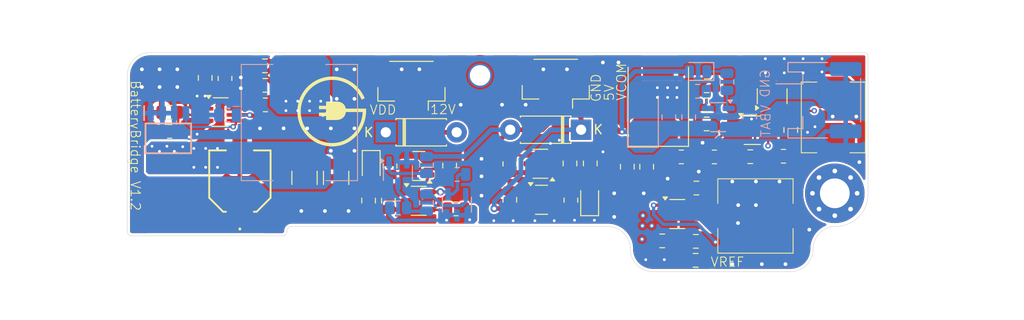
<source format=kicad_pcb>
(kicad_pcb (version 20240108) (generator "pcbnew") (generator_version "8.0")
  (layers (0 "F.Cu" signal) (1 "In1.Cu" signal) (2 "In2.Cu" signal) (3 "In3.Cu" signal) (4 "In4.Cu" signal) (31 "B.Cu" signal) (34 "B.Paste" user) (35 "F.Paste" user) (36 "B.SilkS" user "B.Silkscreen") (37 "F.SilkS" user "F.Silkscreen") (38 "B.Mask" user) (39 "F.Mask" user) (44 "Edge.Cuts" user))
  (net 0 "")
  (net 1 "+5V")
  (net 2 "GND")
  (net 3 "VCOM")
  (net 4 "+12V")
  (net 5 "Net-(C202-Pad1)")
  (net 6 "+BATT")
  (net 7 "Net-(U202-ITH)")
  (net 8 "/Converters/VREF5")
  (net 9 "/Converters/sw_AP63")
  (net 10 "Net-(U201-BST)")
  (net 11 "/Converters/RUN{slash}SS_12V")
  (net 12 "Net-(C209-Pad1)")
  (net 13 "Net-(U203-ITH)")
  (net 14 "BUCK_OUT12")
  (net 15 "/Converters/RUN{slash}SS_5V")
  (net 16 "BUCK_OUT")
  (net 17 "VDD")
  (net 18 "/Converters/sw_LTC12")
  (net 19 "/Converters/SW_D")
  (net 20 "/BatteryCharger/R_LED_BAT")
  (net 21 "/PowerPathController/R_LED12")
  (net 22 "/PowerPathController/R_LED")
  (net 34 "Net-(IC201-G)")
  (net 36 "Net-(Q201-G)")
  (net 37 "/PowerPathController/GATE12")
  (net 38 "/PowerPathController/GATE")
  (net 39 "Net-(U202-VFB)")
  (net 40 "Net-(U203-VFB)")
  (net 41 "/BatteryCharger/PROG")
  (net 42 "/BatteryCharger/STAT_MCP")
  (net 43 "/PowerPathController/STAT_LTC12")
  (net 44 "/PowerPathController/STAT_LTC")
  (net 45 "/PowerPathController/Sense")
  (net 46 "Net-(Q404-B)")
  (net 47 "Net-(Q405-B)")
  (net 48 "Net-(Q405-C)")
  (footprint "Capacitor_SMD:C_0805_2012Metric" (layer "F.Cu") (at 125.8672 89.85 -90)
    (property "Reference" "C216" (hide yes))
    (property "Value" "100u")
  )
  (footprint "Capacitor_SMD:C_0805_2012Metric" (layer "F.Cu") (at 121.8844 89.5 -90)
    (property "Reference" "C404" (hide yes))
    (property "Value" "4.7u")
  )
  (footprint "Package_TO_SOT_SMD:TSOT-23-6" (layer "F.Cu") (at 103.425 93.515)
    (property "Reference" "U401" (hide yes))
    (property "Value" "LTC4412xS6")
  )
  (footprint "Footprints:16SVF180M" (layer "F.Cu") (at 84.2 91.3952)
    (property "Reference" "C215" (hide yes))
    (property "Value" "20SVPF120M" (hide yes))
  )
  (footprint "Capacitor_SMD:C_0805_2012Metric" (layer "F.Cu") (at 98.0425 93.495 90)
    (property "Reference" "C401" (hide yes))
    (property "Value" "4.7u")
  )
  (footprint "Capacitor_SMD:C_0805_2012Metric" (layer "F.Cu") (at 139.0924 88.7754 180)
    (property "Reference" "C213" (hide yes))
    (property "Value" "1n")
  )
  (footprint "Resistor_SMD:R_0805_2012Metric" (layer "F.Cu") (at 76.65 86.05 180)
    (property "Reference" "R203" (hide yes))
    (property "Value" "107k")
  )
  (footprint "Resistor_SMD:R_0805_2012Metric" (layer "F.Cu") (at 100.35 89.775 -90)
    (property "Reference" "R402" (hide yes))
    (property "Value" "470R")
  )
  (footprint "Resistor_SMD:R_0805_2012Metric" (layer "F.Cu") (at 82.6 80.35 -90)
    (property "Reference" "R202" (hide yes))
    (property "Value" "23k2")
  )
  (footprint "Resistor_SMD:R_0805_2012Metric" (layer "F.Cu") (at 107.442 94.3864 180)
    (property "Reference" "R401" (hide yes))
    (property "Value" "470k")
  )
  (footprint "Resistor_SMD:R_0805_2012Metric" (layer "F.Cu") (at 134.4 83.2)
    (property "Reference" "R206" (hide yes))
    (property "Value" "17k4")
  )
  (footprint "LED_SMD:LED_0805_2012Metric" (layer "F.Cu") (at 98.32 89.795 -90)
    (property "Reference" "D402" (hide yes))
    (property "Value" "GREEN")
  )
  (footprint "Capacitor_SMD:C_0805_2012Metric" (layer "F.Cu") (at 129.618 97.8272 180)
    (property "Reference" "C201" (hide yes))
    (property "Value" "10u")
  )
  (footprint "Capacitor_SMD:C_0805_2012Metric" (layer "F.Cu") (at 143.45 85.9 90)
    (property "Reference" "C210" (hide yes))
    (property "Value" "10u")
  )
  (footprint "Logo:GLogoSmall" (layer "F.Cu") (at 94.079207 83.908859)
    (property "Reference" "G***" (hide yes))
    (property "Value" "LOGO" (hide yes))
  )
  (footprint "Capacitor_SMD:C_0805_2012Metric" (layer "F.Cu") (at 100.1725 93.505 90)
    (property "Reference" "C402" (hide yes))
    (property "Value" "100n")
  )
  (footprint "Resistor_SMD:R_0805_2012Metric" (layer "F.Cu") (at 76.65 84)
    (property "Reference" "R204" (hide yes))
    (property "Value" "11k8")
  )
  (footprint "Package_TO_SOT_SMD:TSOT-23-8_HandSoldering" (layer "F.Cu") (at 139.3108 85.898)
    (property "Reference" "U203" (hide yes))
    (property "Value" "LTC3872HTS8-1-TRMPBF")
  )
  (footprint "Capacitor_SMD:C_0805_2012Metric" (layer "F.Cu") (at 106.76 89.725 -90)
    (property "Reference" "C403" (hide yes))
    (property "Value" "10u")
  )
  (footprint "Capacitor_SMD:C_0805_2012Metric" (layer "F.Cu") (at 113.2319 93.4081 90)
    (property "Reference" "C406" (hide yes))
    (property "Value" "10u")
  )
  (footprint "Diode_SMD:D_SMC" (layer "F.Cu") (at 129.2 82.75 90)
    (property "Reference" "D202" (hide yes))
    (property "Value" "B320-13-F")
  )
  (footprint "Package_SO:TSOP-6_1.65x3.05mm_P0.95mm" (layer "F.Cu") (at 141.4444 82.273 90)
    (property "Reference" "Q201" (hide yes))
    (property "Value" "SI3460DDV-T1-GE3")
  )
  (footprint "Capacitor_SMD:C_1210_3225Metric" (layer "F.Cu") (at 91.15 91.05 90)
    (property "Reference" "C212" (hide yes))
    (property "Value" "22u")
  )
  (footprint "Capacitor_SMD:C_0805_2012Metric" (layer "F.Cu") (at 86.95 81.1)
    (property "Reference" "C208" (hide yes))
    (property "Value" "100n")
  )
  (footprint "Resistor_SMD:R_0805_2012Metric" (layer "F.Cu") (at 135.2296 88.7984 180)
    (property "Reference" "R208" (hide yes))
    (property "Value" "11k")
  )
  (footprint "Connector_JST:JST_GH_SM03B-GHS-TB_1x03-1MP_P1.25mm_Horizontal" (layer "F.Cu") (at 118.17 80.86 180)
    (property "Reference" "J101" (hide yes))
    (property "Value" "JST_BH")
  )
  (footprint "MountingHole:MountingHole_2.2mm_M2_Pad_TopOnly" (layer "F.Cu") (at 110.03 80.03)
    (property "Reference" "H102" (hide yes))
    (property "Value" "MH")
  )
  (footprint "Capacitor_SMD:C_0805_2012Metric" (layer "F.Cu") (at 133.21 99.918)
    (property "Reference" "C205" (hide yes))
    (property "Value" "22u")
  )
  (footprint "Capacitor_SMD:C_0805_2012Metric" (layer "F.Cu") (at 134.4 81.15 180)
    (property "Reference" "C209" (hide yes))
    (property "Value" "1n8")
  )
  (footprint "Capacitor_SMD:C_1210_3225Metric" (layer "F.Cu") (at 94.55 91.05 90)
    (property "Reference" "C214" (hide yes))
    (property "Value" "22u")
  )
  (footprint "Connector_JST:JST_GH_SM03B-GHS-TB_1x03-1MP_P1.25mm_Horizontal" (layer "F.Cu") (at 102.65 81.08 180)
    (property "Reference" "J102" (hide yes))
    (property "Value" "JST_BH")
  )
  (footprint "Capacitor_SMD:C_0805_2012Metric" (layer "F.Cu") (at 119.7 89.5 -90)
    (property "Reference" "C405" (hide yes))
    (property "Value" "100n")
  )
  (footprint "Resistor_SMD:R_0805_2012Metric" (layer "F.Cu") (at 131.6755 88.7984 180)
    (property "Reference" "R207" (hide yes))
    (property "Value" "34k8")
  )
  (footprint "Capacitor_SMD:C_0805_2012Metric" (layer "F.Cu") (at 133.24 97.878)
    (property "Reference" "C207" (hide yes))
    (property "Value" "22u")
  )
  (footprint "Capacitor_SMD:C_0805_2012Metric" (layer "F.Cu") (at 133.3 92.1456 180)
    (property "Reference" "C206" (hide yes))
    (property "Value" "100n")
  )
  (footprint "Package_TO_SOT_SMD:TSOT-23-8_HandSoldering" (layer "F.Cu") (at 82.0592 83.9468)
    (property "Reference" "U202" (hide yes))
    (property "Value" "LTC3872HTS8-1-TRMPBF")
  )
  (footprint "Package_TO_SOT_SMD:SOT-23" (layer "F.Cu") (at 116.6355 93.4081)
    (property "Reference" "Q402" (hide yes))
    (property "Value" "BSS84LT1G")
  )
  (footprint "Resistor_SMD:R_0805_2012Metric" (layer "F.Cu") (at 119.8 93.45 90)
    (property "Reference" "R404" (hide yes))
    (property "Value" "470R")
  )
  (footprint "Package_TO_SOT_SMD:TSOT-23-6" (layer "F.Cu") (at 116.514 89.5321 180)
    (property "Reference" "U402" (hide yes))
    (property "Value" "LTC4412xS6")
  )
  (footprint "Capacitor_SMD:C_0805_2012Metric" (layer "F.Cu") (at 86.9 79)
    (property "Reference" "C202" (hide yes))
    (property "Value" "2n2")
  )
  (footprint "Footprints:HCM1A0805-4R7-R" (layer "F.Cu") (at 139.65 95.15 -90)
    (property "Reference" "L201" (hide yes))
    (property "Value" "4.7u")
  )
  (footprint "Capacitor_SMD:C_0805_2012Metric" (layer "F.Cu") (at 134.4 85.25 180)
    (property "Reference" "C211" (hide yes))
    (property "Value" "47p")
  )
  (footprint "MountingHole:MountingHole_3.2mm_M3_Pad_Via" (layer "F.Cu") (at 148.1836 92.71)
    (property "Reference" "H101" (hide yes))
    (property "Value" "MH")
  )
  (footprint "Capacitor_SMD:C_0805_2012Metric" (layer "F.Cu") (at 80.4664 80.3 90)
    (property "Reference" "C204" (hide yes))
    (property "Value" "100p")
  )
  (footprint "Package_TO_SOT_SMD:TSOT-23-6" (layer "F.Cu") (at 131.2428 94.9405)
    (property "Reference" "U201" (hide yes))
    (property "Value" "AP63205WU")
  )
  (footprint "Resistor_SMD:R_0805_2012Metric" (layer "F.Cu") (at 142.6617 88.7246)
    (property "Reference" "R205" (hide yes))
    (property "Value" "1M")
  )
  (footprint "Footprints:PA4341.102NLT" (layer "F.Cu") (at 148.0312 84.5494)
    (property "Reference" "L203" (hide yes))
    (property "Value" "1u")
  )
  (footprint "Diode_THT:D_DO-41_SOD81_P7.62mm_Horizontal" (layer "F.Cu") (at 99.89 86.15)
    (property "Reference" "D401" (hide yes))
    (property "Value" "1N5819")
  )
  (footprint "Diode_THT:D_DO-41_SOD81_P7.62mm_Horizontal" (layer "F.Cu") (at 120.8971 85.8745 180)
    (property "Reference" "D403" (hide yes))
    (property "Value" "1N5819")
  )
  (footprint "Resistor_SMD:R_0805_2012Metric" (layer "F.Cu") (at 113.2319 89.5473 90)
    (property "Reference" "R403" (hide yes))
    (property "Value" "470k")
  )
  (footprint "Package_TO_SOT_SMD:SOT-23" (layer "F.Cu") (at 103.45 89.775 180)
    (property "Reference" "Q401" (hide yes))
    (property "Value" "BSS84LT1G")
  )
  (footprint "Resistor_SMD:R_0805_2012Metric" (layer "F.Cu") (at 86.95 83.2)
    (property "Reference" "R201" (hide yes))
    (property "Value" "4M7")
  )
  (footprint "Footprints:PDS104013" (layer "F.Cu") (at 76.48 92.406 -90)
    (property "Reference" "D201" (hide yes))
    (property "Value" "PDS1040-13" (hide yes))
  )
  (footprint "Capacitor_SMD:C_0805_2012Metric" (layer "F.Cu") (at 127.95 89.85 -90)
    (property "Reference" "C217" (hide yes))
    (property "Value" "100u")
  )
  (footprint "LED_SMD:LED_0805_2012Metric" (layer "F.Cu") (at 121.8175 93.43 90)
    (property "Reference" "D404" (hide yes))
    (property "Value" "GREEN")
  )
  (footprint "Capacitor_SMD:C_0805_2012Metric" (layer "B.Cu") (at 139.0233 84.4308 -90)
    (property "Reference" "C303" (hide yes))
    (property "Value" "4.7u")
  )
  (footprint "Package_TO_SOT_SMD:SOT-23-3" (layer "B.Cu") (at 107.5436 93.9292 -90)
    (property "Reference" "Q404" (hide yes))
    (property "Value" "MMBT3906-7-F")
  )
  (footprint "Package_TO_SOT_SMD:SOT-23-5" (layer "B.Cu") (at 135.6385 84.521 180)
    (property "Reference" "U301" (hide yes))
    (property "Value" "MCP73832-2-OT")
  )
  (footprint "Resistor_SMD:R_0805_2012Metric" (layer "B.Cu") (at 101.219 94.268)
    (property "Reference" "R406" (hide yes))
    (property "Value" "10k")
  )
  (footprint "Resistor_SMD:R_0805_2012Metric" (layer "B.Cu") (at 133.4353 81.7384)
    (property "Reference" "R301" (hide yes))
    (property "Value" "2k")
  )
  (footprint "Resistor_SMD:R_0805_2012Metric" (layer "B.Cu") (at 107.569 90.678 180)
    (property "Reference" "R408" (hide yes))
    (property "Value" "100k")
  )
  (footprint "Resistor_SMD:R_0805_2012Metric" (layer "B.Cu") (at 104.267 93.726 -90)
    (property "Reference" "R405" (hide yes))
    (property "Value" "1k")
  )
  (footprint "Diode_SMD:D_SMA" (layer "B.Cu") (at 127.55 84.25 90)
    (property "Reference" "D301" (hide yes))
    (property "Value" "SMAJ5.0A")
  )
  (footprint "Footprints:DR125-2R2-R" (layer "B.Cu") (at 90.6 85.1 180)
    (property "Reference" "L202" (hide yes))
    (property "Value" "2u2")
  )
  (footprint "Footprints:SOIC127P600X175-8N" (layer "B.Cu") (at 76.5 86.8 -90)
    (property "Reference" "IC201" (hide yes))
    (property "Value" "SI4114DY-T1-GE3" (hide yes))
  )
  (footprint "Capacitor_SMD:C_0805_2012Metric" (layer "B.Cu") (at 82.87 84.3 180)
    (property "Reference" "C203" (hide yes))
    (property "Value" "10u")
  )
  (footprint "Capacitor_SMD:C_0805_2012Metric" (layer "B.Cu") (at 132.4701 84.5324 -90)
    (property "Reference" "C301" (hide yes))
    (property "Value" "100n")
  )
  (footprint "Capacitor_SMD:C_0805_2012Metric" (layer "B.Cu") (at 130.3365 84.5324 -90)
    (property "Reference" "C302" (hide yes))
    (property "Value" "4.7u")
  )
  (footprint "Resistor_SMD:R_0805_2012Metric" (layer "B.Cu") (at 136.5849 80.7224 -90)
    (property "Reference" "R302" (hide yes))
    (property "Value" "470R")
  )
  (footprint "Connector_JST:JST_PH_S2B-PH-SM4-TB_1x02-1MP_P2.00mm_Horizontal" (layer "B.Cu") (at 146.4564 82.7024 -90)
    (property "Reference" "J301" (hide yes))
    (property "Value" "JST_PH")
  )
  (footprint "Resistor_SMD:R_0805_2012Metric" (layer "B.Cu") (at 104.267 89.662 -90)
    (property "Reference" "R407" (hide yes))
    (property "Value" "5k1")
  )
  (footprint "LED_SMD:LED_0805_2012Metric" (layer "B.Cu") (at 133.4861 79.6048 180)
    (property "Reference" "D302" (hide yes))
    (property "Value" "GREEN")
  )
  (footprint "Package_TO_SOT_SMD:SOT-23-3" (layer "B.Cu") (at 101.1936 90.5256 -90)
    (property "Reference" "Q405" (hide yes))
    (property "Value" "MMBT2222A")
  )
  (gr_line (start 88.7476 97.2904) (end 72.5932 97.2904) (stroke (width 0.05)) (layer "Edge.Cuts"))
  (gr_line (start 143.4205 101.1344) (end 128.6172 101.1344) (stroke (width 0.05)) (layer "Edge.Cuts"))
  (gr_arc (start 89.2556 96.7824) (mid 89.40439 96.42319) (end 89.7636 96.2744) (stroke (width 0.05)) (layer "Edge.Cuts"))
  (gr_line (start 151.7616 92.7944) (end 151.7616 77.9444) (stroke (width 0.05)) (layer "Edge.Cuts"))
  (gr_line (start 123.7572 96.2744) (end 89.7636 96.2744) (stroke (width 0.05)) (layer "Edge.Cuts"))
  (gr_arc (start 72.5932 97.2904) (mid 72.23399 97.14161) (end 72.0852 96.7824) (stroke (width 0.05)) (layer "Edge.Cuts"))
  (gr_arc (start 151.3916 77.5744) (mid 151.653238 77.682762) (end 151.7616 77.9444) (stroke (width 0.05)) (layer "Edge.Cuts"))
  (gr_arc (start 145.8505 98.7044) (mid 145.138769 100.422669) (end 143.4205 101.1344) (stroke (width 0.05)) (layer "Edge.Cuts"))
  (gr_line (start 74.5236 77.5744) (end 151.3916 77.5744) (stroke (width 0.05)) (layer "Edge.Cuts"))
  (gr_line (start 72.0936 80.0044) (end 72.0852 96.7824) (stroke (width 0.05)) (layer "Edge.Cuts"))
  (gr_arc (start 72.0936 80.0044) (mid 72.805331 78.286131) (end 74.5236 77.5744) (stroke (width 0.05)) (layer "Edge.Cuts"))
  (gr_arc (start 128.6172 101.1344) (mid 126.898931 100.422669) (end 126.1872 98.7044) (stroke (width 0.05)) (layer "Edge.Cuts"))
  (gr_arc (start 89.2556 96.7824) (mid 89.10681 97.14161) (end 88.7476 97.2904) (stroke (width 0.05)) (layer "Edge.Cuts"))
  (gr_arc (start 145.8505 98.7044) (mid 146.562231 96.986131) (end 148.2805 96.2744) (stroke (width 0.05)) (layer "Edge.Cuts"))
  (gr_arc (start 123.7572 96.2744) (mid 125.475469 96.986131) (end 126.1872 98.7044) (stroke (width 0.05)) (layer "Edge.Cuts"))
  (gr_arc (start 151.7616 92.7944) (mid 150.741621 95.255198) (end 148.2805 96.2744) (stroke (width 0.05)) (layer "Edge.Cuts"))
  (gr_text "VBAT" (at 141.347004 83.1088 90) (layer "B.SilkS") (effects (font (size 1 1) (thickness 0.1)) (justify left bottom mirror)))
  (gr_text "GND" (at 141.2748 79.2988 90) (layer "B.SilkS") (effects (font (size 1 1) (thickness 0.1)) (justify left bottom mirror)))
  (gr_text "VDD" (at 98.0948 84.328 0) (layer "F.SilkS") (effects (font (size 1 1) (thickness 0.1)) (justify left bottom)))
  (gr_text "VCOM" (at 125.8316 78.6384 90) (layer "F.SilkS") (effects (font (size 1 1) (thickness 0.1)) (justify right bottom)))
  (gr_text "BatteryBridge V1.2" (at 72.38 94.67 -90) (layer "F.SilkS") (effects (font (size 1 1) (thickness 0.1)) (justify right bottom)))
  (gr_text "VREF" (at 134.760976 100.686376 0) (layer "F.SilkS") (effects (font (size 1 1) (thickness 0.1)) (justify left bottom)))
  (gr_text "5V" (at 124.5108 82.8548 90) (layer "F.SilkS") (effects (font (size 1 1) (thickness 0.1)) (justify left bottom)))
  (gr_text "GND" (at 123.0884 82.9564 90) (layer "F.SilkS") (effects (font (size 1 1) (thickness 0.1)) (justify left bottom)))
  (gr_text "12V" (at 104.5972 84.2772 0) (layer "F.SilkS") (effects (font (size 1 1) (thickness 0.1)) (justify left bottom)))
  (segment (start 112.0821 90.4821) (end 111.75 90.15) (width 0.508) (layer "F.Cu") (net 1))
  (segment (start 111.75 87.4016) (end 113.2771 85.8745) (width 0.508) (layer "F.Cu") (net 1))
  (segment (start 118.4 81.2) (end 120.15 81.2) (width 0.508) (layer "F.Cu") (net 1))
  (segment (start 118.17 82.71) (end 118.17 84.43) (width 0.508) (layer "F.Cu") (net 1))
  (segment (start 111.75 90.15) (end 111.75 87.4016) (width 0.508) (layer "F.Cu") (net 1))
  (segment (start 118.17 82.71) (end 118.17 81.43) (width 0.508) (layer "F.Cu") (net 1))
  (segment (start 116.7255 85.8745) (end 113.2771 85.8745) (width 0.508) (layer "F.Cu") (net 1))
  (segment (start 118.17 81.43) (end 118.4 81.2) (width 0.508) (layer "F.Cu") (net 1))
  (segment (start 115.3765 90.4821) (end 112.0821 90.4821) (width 0.508) (layer "F.Cu") (net 1))
  (segment (start 118.17 84.43) (end 116.7255 85.8745) (width 0.508) (layer "F.Cu") (net 1))
  (segment (start 120.15 81.2) (end 125.05 86.1) (width 0.508) (layer "F.Cu") (net 1))
  (segment (start 125.05 86.1) (end 125.3 86.1) (width 0.508) (layer "F.Cu") (net 1))
  (via (at 125.3 86.1) (size 0.6) (drill 0.3) (layers "F.Cu" "B.Cu") (net 1))
  (segment (start 113.2771 85.8745) (end 111.2295 85.8745) (width 0.508) (layer "B.Cu") (net 1))
  (segment (start 126.6952 79.6048) (end 125.3 81) (width 0.508) (layer "B.Cu") (net 1))
  (segment (start 108.3545 88.7495) (end 104.267 88.7495) (width 0.508) (layer "B.Cu") (net 1))
  (segment (start 132.5486 79.6048) (end 126.6952 79.6048) (width 0.508) (layer "B.Cu") (net 1))
  (segment (start 125.3 81) (end 125.3 86.1) (width 0.508) (layer "B.Cu") (net 1))
  (segment (start 111.2295 85.8745) (end 108.3545 88.7495) (width 0.508) (layer "B.Cu") (net 1))
  (segment (start 127.4 86.1) (end 127.55 86.25) (width 0.508) (layer "B.Cu") (net 1))
  (segment (start 125.3 86.1) (end 127.4 86.1) (width 0.508) (layer "B.Cu") (net 1))
  (via (at 118.55 87) (size 0.6) (drill 0.3) (layers "F.Cu" "B.Cu") (net 2))
  (via (at 129.1 82.4) (size 0.6) (drill 0.3) (layers "F.Cu" "B.Cu") (net 2))
  (via (at 146.8 79.65) (size 0.6) (drill 0.3) (layers "F.Cu" "B.Cu") (net 2))
  (via (at 75.565 79.375) (size 0.8) (drill 0.4) (layers "F.Cu" "B.Cu") (net 2))
  (via (at 133.9596 87.2744) (size 0.8) (drill 0.4) (layers "F.Cu" "B.Cu") (net 2))
  (via (at 145.4404 96.6216) (size 0.8) (drill 0.4) (layers "F.Cu" "B.Cu") (net 2))
  (via (at 124.46 95.25) (size 0.8) (drill 0.4) (layers "F.Cu" "B.Cu") (net 2))
  (via (at 130.2004 91.1352) (size 0.8) (drill 0.4) (layers "F.Cu" "B.Cu") (net 2))
  (via (at 137.795 93.98) (size 0.8) (drill 0.4) (layers "F.Cu" "B.Cu") (net 2))
  (via (at 94.615 79.375) (size 0.8) (drill 0.4) (layers "F.Cu" "B.Cu") (net 2))
  (via (at 139.7 93.98) (size 0.8) (drill 0.4) (layers "F.Cu" "B.Cu") (net 2))
  (via (at 86.36 85.725) (size 0.8) (drill 0.4) (layers "F.Cu" "B.Cu") (net 2))
  (via (at 79.6 82.25) (size 0.6) (drill 0.3) (layers "F.Cu" "B.Cu") (net 2))
  (via (at 133.5532 90.3732) (size 0.8) (drill 0.4) (layers "F.Cu" "B.Cu") (net 2))
  (via (at 150.495 84.455) (size 0.8) (drill 0.4) (layers "F.Cu" "B.Cu") (net 2))
  (via (at 78.75 86.65) (size 0.6) (drill 0.3) (layers "F.Cu" "B.Cu") (net 2))
  (via (at 107.95 83.185) (size 0.8) (drill 0.4) (layers "F.Cu" "B.Cu") (net 2))
  (via (at 84.3 81.4) (size 0.8) (drill 0.4) (layers "F.Cu" "B.Cu") (net 2))
  (via (at 114.935 83.185) (size 0.8) (drill 0.4) (layers "F.Cu" "B.Cu") (net 2))
  (via (at 137.16 91.44) (size 0.8) (drill 0.4) (layers "F.Cu" "B.Cu") (net 2))
  (via (at 79.6 86.35) (size 0.6) (drill 0.3) (layers "F.Cu" "B.Cu") (net 2))
  (via (at 116.84 79.375) (size 0.8) (drill 0.4) (layers "F.Cu" "B.Cu") (net 2))
  (via (at 147.955 84.455) (size 0.8) (drill 0.4) (layers "F.Cu" "B.Cu") (net 2))
  (via (at 75.565 81.28) (size 0.8) (drill 0.4) (layers "F.Cu" "B.Cu") (net 2))
  (via (at 140.716 79.756) (size 0.6) (drill 0.3) (layers "F.Cu" "B.Cu") (net 2))
  (via (at 95.885 94.615) (size 0.8) (drill 0.4) (layers "F.Cu" "B.Cu") (net 2))
  (via (at 80.45 82.25) (size 0.6) (drill 0.3) (layers "F.Cu" "B.Cu") (net 2))
  (via (at 93.345 94.615) (size 0.8) (drill 0.4) (layers "F.Cu" "B.Cu") (net 2))
  (via (at 77.47 81.28) (size 0.8) (drill 0.4) (layers "F.Cu" "B.Cu") (net 2))
  (via (at 110.1852 92.964) (size 0.8) (drill 0.4) (layers "F.Cu" "B.Cu") (net 2))
  (via (at 73.66 81.28) (size 0.8) (drill 0.4) (layers "F.Cu" "B.Cu") (net 2))
  (via (at 96.52 79.375) (size 0.8) (drill 0.4) (layers "F.Cu" "B.Cu") (net 2))
  (via (at 111.506 95.6564) (size 0.6) (drill 0.3) (layers "F.Cu" "B.Cu") (net 2))
  (via (at 140.335 100.33) (size 0.8) (drill 0.4) (layers "F.Cu" "B.Cu") (net 2))
  (via (at 144.78 79.756) (size 0.6) (drill 0.3) (layers "F.Cu" "B.Cu") (net 2))
  (via (at 110.1852 89.0016) (size 0.8) (drill 0.4) (layers "F.Cu" "B.Cu") (net 2))
  (via (at 144.78 78.232) (size 0.6) (drill 0.3) (layers "F.Cu" "B.Cu") (net 2))
  (via (at 129.85 99.85) (size 0.6) (drill 0.3) (layers "F.Cu" "B.Cu") (net 2))
  (via (at 130.2 81.35) (size 0.6) (drill 0.3) (layers "F.Cu" "B.Cu") (net 2))
  (via (at 84.3 80.25) (size 0.8) (drill 0.4) (layers "F.Cu" "B.Cu") (net 2))
  (via (at 123.2408 78.6384) (size 0.8) (drill 0.4) (layers "F.Cu" "B.Cu") (net 2))
  (via (at 127.85 99.85) (size 0.6) (drill 0.3) (layers "F.Cu" "B.Cu") (net 2))
  (via (at 150.8252 89.3572) (size 0.8) (drill 0.4) (layers "F.Cu" "B.Cu") (net 2))
  (via (at 124.9172 78.6384) (size 0.8) (drill 0.4) (layers "F.Cu" "B.Cu") (net 2))
  (via (at 142.748 79.756) (size 0.6) (drill 0.3) (layers "F.Cu" "B.Cu") (net 2))
  (via (at 131.2 82.4) (size 0.6) (drill 0.3) (layers "F.Cu" "B.Cu") (net 2))
  (via (at 146.812 78.232) (size 0.6) (drill 0.3) (layers "F.Cu" "B.Cu") (net 2))
  (via (at 96.52 88.138) (size 0.8) (drill 0.4) (layers "F.Cu" "B.Cu") (net 2))
  (via (at 130.2 82.4) (size 0.6) (drill 0.3) (layers "F.Cu" "B.Cu") (net 2))
  (via (at 117.6 87.35) (size 0.6) (drill 0.3) (layers "F.Cu" "B.Cu") (net 2))
  (via (at 137.16 100.33) (size 0.8) (drill 0.4) (layers "F.Cu" "B.Cu") (net 2))
  (via (at 131.2 81.35) (size 0.6) (drill 0.3) (layers "F.Cu" "B.Cu") (net 2))
  (via (at 73.66 79.375) (size 0.8) (drill 0.4) (layers "F.Cu" "B.Cu") (net 2))
  (via (at 113.5888 95.6564) (size 0.6) (drill 0.3) (layers "F.Cu" "B.Cu") (net 2))
  (via (at 93.98 88.138) (size 0.8) (drill 0.4) (layers "F.Cu" "B.Cu") (net 2))
  (via (at 123.25 88.25) (size 0.6) (drill 0.3) (layers "F.Cu" "B.Cu") (net 2))
  (via (at 127.635 92.71) (size 0.8) (drill 0.4) (layers "F.Cu" "B.Cu") (net 2))
  (via (at 120.1928 95.6056) (size 0.6) (drill 0.3) (layers "F.Cu" "B.Cu") (net 2))
  (via (at 112.395 83.185) (size 0.8) (drill 0.4) (layers "F.Cu" "B.Cu") (net 2))
  (via (at 96.52 85.725) (size 0.8) (drill 0.4) (layers "F.Cu" "B.Cu") (net 2))
  (via (at 88.9 85.725) (size 0.8) (drill 0.4) (layers "F.Cu" "B.Cu") (net 2))
  (via (at 91.44 85.725) (size 0.8) (drill 0.4) (layers "F.Cu" "B.Cu") (net 2))
  (via (at 115.9256 95.6564) (size 0.6) (drill 0.3) (layers "F.Cu" "B.Cu") (net 2))
  (via (at 94.615 82.55) (size 0.8) (drill 0.4) (layers "F.Cu" "B.Cu") (net 2))
  (via (at 142.875 100.33) (size 0.8) (drill 0.4) (layers "F.Cu" "B.Cu") (net 2))
  (via (at 142.24 91.44) (size 0.8) (drill 0.4) (layers "F.Cu" "B.Cu") (net 2))
  (via (at 129.1 81.35) (size 0.6) (drill 0.3) (layers "F.Cu" "B.Cu") (net 2))
  (via (at 77.47 79.375) (size 0.8) (drill 0.4) (layers "F.Cu" "B.Cu") (net 2))
  (via (at 119.38 79.375) (size 0.8) (drill 0.4) (layers "F.Cu" "B.Cu") (net 2))
  (via (at 93.98 85.725) (size 0.8) (drill 0.4) (layers "F.Cu" "B.Cu") (net 2))
  (via (at 124.46 92.71) (size 0.8) (drill 0.4) (layers "F.Cu" "B.Cu") (net 2))
  (via (at 118.0084 95.6564) (size 0.6) (drill 0.3) (layers "F.Cu" "B.Cu") (net 2))
  (via (at 137.7696 95.9104) (size 0.8) (drill 0.4) (layers "F.Cu" "B.Cu") (net 2))
  (via (at 142.748 78.232) (size 0.6) (drill 0.3) (layers "F.Cu" "B.Cu") (net 2))
  (via (at 110.1852 90.8812) (size 0.8) (drill 0.4) (layers "F.Cu" "B.Cu") (net 2))
  (via (at 90.805 94.615) (size 0.8) (drill 0.4) (layers "F.Cu" "B.Cu") (net 2))
  (via (at 139.7 91.44) (size 0.8) (drill 0.4) (layers "F.Cu" "B.Cu") (net 2))
  (via (at 103.505 79.375) (size 0.8) (drill 0.4) (layers "F.Cu" "B.Cu") (net 2))
  (via (at 122.3264 95.6056) (size 0.6) (drill 0.3) (layers "F.Cu" "B.Cu") (net 2))
  (via (at 101.6 79.375) (size 0.8) (drill 0.4) (layers "F.Cu" "B.Cu") (net 2))
  (via (at 96.52 82.55) (size 0.8) (drill 0.4) (layers "F.Cu" "B.Cu") (net 2))
  (via (at 140.716 78.232) (size 0.6) (drill 0.3) (layers "F.Cu" "B.Cu") (net 2))
  (segment (start 120.5 84.2) (end 120.8971 84.5971) (width 0.508) (layer "F.Cu") (net 3))
  (segment (start 115.698 94.3581) (end 119.4651 94.3581) (width 0.508) (layer "F.Cu") (net 3))
  (segment (start 113.2238 94.35) (end 113.2319 94.3581) (width 0.508) (layer "F.Cu") (net 3))
  (segment (start 119.42 83.87) (end 119.75 84.2) (width 0.508) (layer "F.Cu") (net 3))
  (segment (start 120.8971 84.5971) (end 120.8971 85.8745) (width 0.508) (layer "F.Cu") (net 3))
  (segment (start 119.42 82.71) (end 119.42 83.87) (width 0.508) (layer "F.Cu") (net 3))
  (segment (start 119.75 84.2) (end 120.5 84.2) (width 0.508) (layer "F.Cu") (net 3))
  (segment (start 111.55 94.35) (end 113.2238 94.35) (width 0.508) (layer "F.Cu") (net 3))
  (segment (start 115.698 94.3581) (end 113.2319 94.3581) (width 0.508) (layer "F.Cu") (net 3))
  (via (at 111.55 94.35) (size 0.8) (drill 0.4) (layers "F.Cu" "B.Cu") (net 3))
  (segment (start 120.8971 85.8745) (end 117.5755 85.8745) (width 0.508) (layer "B.Cu") (net 3))
  (segment (start 111.55 93.555) (end 111.55 94.35) (width 0.508) (layer "B.Cu") (net 3))
  (segment (start 114.427 90.678) (end 111.55 93.555) (width 0.508) (layer "B.Cu") (net 3))
  (segment (start 114.427 89.023) (end 114.427 90.678) (width 0.508) (layer "B.Cu") (net 3))
  (segment (start 117.5755 85.8745) (end 114.427 89.023) (width 0.508) (layer "B.Cu") (net 3))
  (segment (start 107.51 86.15) (end 105.35 86.15) (width 0.508) (layer "F.Cu") (net 4))
  (segment (start 105.35 86.15) (end 103.9 84.7) (width 0.508) (layer "F.Cu") (net 4))
  (segment (start 103.9 84.7) (end 103.9 82.93) (width 0.508) (layer "F.Cu") (net 4))
  (via (at 127.5 96.2) (size 0.6) (drill 0.3) (layers "F.Cu" "B.Cu") (net 4))
  (via (at 127.45 97.65) (size 0.6) (drill 0.3) (layers "F.Cu" "B.Cu") (net 4))
  (via (at 108.9152 95.5548) (size 0.6) (drill 0.3) (layers "F.Cu" "B.Cu") (net 4))
  (via (at 106.426 95.6056) (size 0.6) (drill 0.3) (layers "F.Cu" "B.Cu") (net 4))
  (via (at 128.5 96.2) (size 0.6) (drill 0.3) (layers "F.Cu" "B.Cu") (net 4))
  (via (at 127.55 95.1) (size 0.6) (drill 0.3) (layers "F.Cu" "B.Cu") (net 4))
  (segment (start 100.3065 95.1249) (end 100.3065 94.268) (width 0.35) (layer "B.Cu") (net 4))
  (segment (start 100.7872 95.6056) (end 100.3065 95.1249) (width 0.35) (layer "B.Cu") (net 4))
  (segment (start 106.426 95.6056) (end 100.7872 95.6056) (width 0.35) (layer "B.Cu") (net 4))
  (segment (start 85.95 79) (end 84.85 79) (width 0.25) (layer "F.Cu") (net 5))
  (segment (start 84.85 79) (end 84.4125 79.4375) (width 0.25) (layer "F.Cu") (net 5))
  (segment (start 84.4125 79.4375) (end 82.6 79.4375) (width 0.25) (layer "F.Cu") (net 5))
  (segment (start 83.7924 84.3) (end 83.7692 84.2768) (width 0.25) (layer "F.Cu") (net 6))
  (segment (start 85.24 84.3) (end 83.7924 84.3) (width 0.25) (layer "F.Cu") (net 6))
  (segment (start 139.23 84.72) (end 139.02 84.93) (width 0.35) (layer "F.Cu") (net 6))
  (segment (start 139.02 84.93) (end 137.6028 84.93) (width 0.35) (layer "F.Cu") (net 6))
  (segment (start 137.6028 84.93) (end 137.6008 84.928) (width 0.25) (layer "F.Cu") (net 6))
  (via (at 91.694 83.82) (size 0.6) (drill 0.3) (layers "F.Cu" "B.Cu") (net 6))
  (via (at 90.424 82.804) (size 0.6) (drill 0.3) (layers "F.Cu" "B.Cu") (net 6))
  (via (at 89.154 83.82) (size 0.6) (drill 0.3) (layers "F.Cu" "B.Cu") (net 6))
  (via (at 85.24 84.3) (size 0.6) (drill 0.3) (layers "F.Cu" "B.Cu") (net 6))
  (via (at 139.23 84.72) (size 0.6) (drill 0.3) (layers "F.Cu" "B.Cu") (net 6))
  (via (at 92.9 82.804) (size 0.6) (drill 0.3) (layers "F.Cu" "B.Cu") (net 6))
  (via (at 90.424 83.82) (size 0.6) (drill 0.3) (layers "F.Cu" "B.Cu") (net 6))
  (via (at 91.694 82.804) (size 0.6) (drill 0.3) (layers "F.Cu" "B.Cu") (net 6))
  (via (at 146.05 85.55) (size 0.6) (drill 0.3) (layers "F.Cu" "B.Cu") (net 6))
  (via (at 89.154 82.804) (size 0.6) (drill 0.3) (layers "F.Cu" "B.Cu") (net 6))
  (via (at 145.25 86.15) (size 0.6) (drill 0.3) (layers "F.Cu" "B.Cu") (net 6))
  (segment (start 83.82 84.3) (end 85.24 84.3) (width 0.25) (layer "B.Cu") (net 6))
  (segment (start 80.3492 83.6168) (end 79.0168 83.6168) (width 0.25) (layer "F.Cu") (net 7))
  (segment (start 79.3 81.25) (end 80.4664 81.25) (width 0.25) (layer "F.Cu") (net 7))
  (segment (start 78.85 81.7) (end 79.3 81.25) (width 0.25) (layer "F.Cu") (net 7))
  (segment (start 82.5625 81.25) (end 82.6 81.2125) (width 0.25) (layer "F.Cu") (net 7))
  (segment (start 78.85 83.45) (end 78.85 81.7) (width 0.25) (layer "F.Cu") (net 7))
  (segment (start 79.0168 83.6168) (end 78.85 83.45) (width 0.25) (layer "F.Cu") (net 7))
  (segment (start 80.4664 81.25) (end 82.5625 81.25) (width 0.25) (layer "F.Cu") (net 7))
  (segment (start 128.7095 93.9905) (end 128.7 94) (width 0.35) (layer "F.Cu") (net 8))
  (segment (start 130.1053 93.9905) (end 128.7095 93.9905) (width 0.35) (layer "F.Cu") (net 8))
  (via (at 135.35 97.95) (size 0.6) (drill 0.3) (layers "F.Cu" "B.Cu") (net 8))
  (via (at 128.7 94) (size 0.6) (drill 0.3) (layers "F.Cu" "B.Cu") (net 8))
  (segment (start 133.45 96.05) (end 135.35 97.95) (width 0.35) (layer "B.Cu") (net 8))
  (segment (start 129.75 96.05) (end 133.45 96.05) (width 0.35) (layer "B.Cu") (net 8))
  (segment (start 128.7 95) (end 129.75 96.05) (width 0.35) (layer "B.Cu") (net 8))
  (segment (start 128.7 94) (end 128.7 95) (width 0.35) (layer "B.Cu") (net 8))
  (segment (start 132.35 93.9602) (end 132.3803 93.9905) (width 0.35) (layer "F.Cu") (net 10))
  (segment (start 132.35 92.1456) (end 132.35 93.9602) (width 0.35) (layer "F.Cu") (net 10))
  (segment (start 84.9832 83.6168) (end 83.7692 83.6168) (width 0.25) (layer "F.Cu") (net 11))
  (segment (start 85.4 83.2) (end 84.9832 83.6168) (width 0.25) (layer "F.Cu") (net 11))
  (segment (start 86 81.1) (end 86 83.1625) (width 0.25) (layer "F.Cu") (net 11))
  (segment (start 86.0375 83.2) (end 85.4 83.2) (width 0.25) (layer "F.Cu") (net 11))
  (segment (start 86 83.1625) (end 86.0375 83.2) (width 0.25) (layer "F.Cu") (net 11))
  (segment (start 134.2 83.2) (end 133.4875 83.2) (width 0.25) (layer "F.Cu") (net 12))
  (segment (start 134.4 81.4) (end 134.4 83) (width 0.25) (layer "F.Cu") (net 12))
  (segment (start 135.35 81.15) (end 134.65 81.15) (width 0.25) (layer "F.Cu") (net 12))
  (segment (start 134.65 81.15) (end 134.4 81.4) (width 0.25) (layer "F.Cu") (net 12))
  (segment (start 134.4 83) (end 134.2 83.2) (width 0.25) (layer "F.Cu") (net 12))
  (segment (start 135.3125 83.2) (end 135.3125 85.2125) (width 0.25) (layer "F.Cu") (net 13))
  (segment (start 135.3125 85.2125) (end 135.35 85.25) (width 0.25) (layer "F.Cu") (net 13))
  (segment (start 135.668 85.568) (end 135.35 85.25) (width 0.25) (layer "F.Cu") (net 13))
  (segment (start 137.6008 85.568) (end 135.668 85.568) (width 0.25) (layer "F.Cu") (net 13))
  (segment (start 73.75 87.35) (end 73.75 92.85) (width 0.25) (layer "F.Cu") (net 14))
  (segment (start 73.75 92.85) (end 74.432 93.532) (width 0.25) (layer "F.Cu") (net 14))
  (segment (start 75.7375 86.05) (end 75.05 86.05) (width 0.25) (layer "F.Cu") (net 14))
  (segment (start 74.432 93.532) (end 76.48 93.532) (width 0.25) (layer "F.Cu") (net 14))
  (segment (start 75.05 86.05) (end 73.75 87.35) (width 0.25) (layer "F.Cu") (net 14))
  (segment (start 141.6984 88.7754) (end 141.7492 88.7246) (width 0.25) (layer "F.Cu") (net 15))
  (segment (start 139.6 85.7) (end 139.6 87.2) (width 0.25) (layer "F.Cu") (net 15))
  (segment (start 140.0424 88.7754) (end 141.6984 88.7754) (width 0.25) (layer "F.Cu") (net 15))
  (segment (start 141.0208 85.568) (end 139.732 85.568) (width 0.25) (layer "F.Cu") (net 15))
  (segment (start 139.6 87.2) (end 140.0424 87.6424) (width 0.25) (layer "F.Cu") (net 15))
  (segment (start 139.732 85.568) (end 139.6 85.7) (width 0.25) (layer "F.Cu") (net 15))
  (segment (start 140.0424 87.6424) (end 140.0424 88.7754) (width 0.25) (layer "F.Cu") (net 15))
  (via (at 81.788 87.884) (size 0.6) (drill 0.3) (layers "F.Cu" "B.Cu") (net 18))
  (via (at 81.788 89.916) (size 0.6) (drill 0.3) (layers "F.Cu" "B.Cu") (net 18))
  (via (at 80.518 89.916) (size 0.6) (drill 0.3) (layers "F.Cu" "B.Cu") (net 18))
  (via (at 79.248 89.916) (size 0.6) (drill 0.3) (layers "F.Cu" "B.Cu") (net 18))
  (via (at 80.518 87.884) (size 0.6) (drill 0.3) (layers "F.Cu" "B.Cu") (net 18))
  (via (at 79.248 87.884) (size 0.6) (drill 0.3) (layers "F.Cu" "B.Cu") (net 18))
  (via (at 76.35 87.65) (size 0.6) (drill 0.3) (layers "F.Cu" "B.Cu") (net 18))
  (via (at 77.15 88.2) (size 0.6) (drill 0.3) (layers "F.Cu" "B.Cu") (net 18))
  (via (at 74.75 87.65) (size 0.6) (drill 0.3) (layers "F.Cu" "B.Cu") (net 18))
  (via (at 75.55 88.2) (size 0.6) (drill 0.3) (layers "F.Cu" "B.Cu") (net 18))
  (via (at 78.05 87.7) (size 0.6) (drill 0.3) (layers "F.Cu" "B.Cu") (net 18))
  (segment (start 134.4236 79.6048) (end 136.3798 79.6048) (width 0.25) (layer "B.Cu") (net 20))
  (segment (start 136.3798 79.6048) (end 136.5849 79.8099) (width 0.25) (layer "B.Cu") (net 20))
  (segment (start 98.32 90.7325) (end 100.305 90.7325) (width 0.25) (layer "F.Cu") (net 21))
  (segment (start 100.305 90.7325) (end 100.35 90.6875) (width 0.25) (layer "F.Cu") (net 21))
  (segment (start 119.8 92.5375) (end 121.7725 92.5375) (width 0.25) (layer "F.Cu") (net 22))
  (segment (start 121.7725 92.5375) (end 121.8175 92.4925) (width 0.25) (layer "F.Cu") (net 22))
  (segment (start 83.48 85.55) (end 83.7692 85.2608) (width 0.25) (layer "F.Cu") (net 34))
  (segment (start 83.7692 85.2608) (end 83.7692 84.9168) (width 0.25) (layer "F.Cu") (net 34))
  (via (at 83.48 85.55) (size 0.6) (drill 0.3) (layers "F.Cu" "B.Cu") (net 34))
  (segment (start 78.92 85.57) (end 78.405 85.055) (width 0.25) (layer "B.Cu") (net 34))
  (segment (start 83.48 85.55) (end 83.46 85.57) (width 0.25) (layer "B.Cu") (net 34))
  (segment (start 83.46 85.57) (end 78.92 85.57) (width 0.25) (layer "B.Cu") (net 34))
  (segment (start 78.405 85.055) (end 78.405 84.088) (width 0.25) (layer "B.Cu") (net 34))
  (segment (start 141.0208 87.5792) (end 141 87.6) (width 0.25) (layer "F.Cu") (net 36))
  (segment (start 145.97 83.83) (end 145.95 83.85) (width 0.25) (layer "F.Cu") (net 36))
  (segment (start 141.0208 86.868) (end 141.0208 87.5792) (width 0.25) (layer "F.Cu") (net 36))
  (segment (start 143.5 83.85) (end 143.083 83.433) (width 0.25) (layer "F.Cu") (net 36))
  (segment (start 143.083 83.433) (end 142.3944 83.433) (width 0.25) (layer "F.Cu") (net 36))
  (segment (start 145.95 83.85) (end 143.5 83.85) (width 0.25) (layer "F.Cu") (net 36))
  (via (at 145.97 83.83) (size 0.6) (drill 0.3) (layers "F.Cu" "B.Cu") (net 36))
  (via (at 141 87.6) (size 0.6) (drill 0.3) (layers "F.Cu" "B.Cu") (net 36))
  (segment (start 103.45 92.125) (end 104.3875 91.1875) (width 0.25) (layer "F.Cu") (net 37))
  (segment (start 104.3875 91.1875) (end 104.3875 90.725) (width 0.25) (layer "F.Cu") (net 37))
  (segment (start 103.45 93.175) (end 103.45 92.125) (width 0.25) (layer "F.Cu") (net 37))
  (segment (start 104.5625 93.515) (end 103.79 93.515) (width 0.25) (layer "F.Cu") (net 37))
  (segment (start 103.79 93.515) (end 103.45 93.175) (width 0.25) (layer "F.Cu") (net 37))
  (segment (start 116.5 89.8) (end 116.5 90.95) (width 0.25) (layer "F.Cu") (net 38))
  (segment (start 115.3765 89.5321) (end 116.2321 89.5321) (width 0.25) (layer "F.Cu") (net 38))
  (segment (start 116.2321 89.5321) (end 116.5 89.8) (width 0.25) (layer "F.Cu") (net 38))
  (segment (start 116.5 90.95) (end 115.698 91.752) (width 0.25) (layer "F.Cu") (net 38))
  (segment (start 115.698 91.752) (end 115.698 92.4581) (width 0.25) (layer "F.Cu") (net 38))
  (segment (start 77.5625 84) (end 77.5625 86.05) (width 0.25) (layer "F.Cu") (net 39))
  (segment (start 78.5 84) (end 77.5625 84) (width 0.25) (layer "F.Cu") (net 39))
  (segment (start 78.7768 84.2768) (end 78.5 84) (width 0.25) (layer "F.Cu") (net 39))
  (segment (start 80.3492 84.2768) (end 78.7768 84.2768) (width 0.25) (layer "F.Cu") (net 39))
  (segment (start 136.272 86.228) (end 134.3171 88.1829) (width 0.25) (layer "F.Cu") (net 40))
  (segment (start 137.6008 86.228) (end 136.272 86.228) (width 0.25) (layer "F.Cu") (net 40))
  (segment (start 134.3171 88.7984) (end 132.588 88.7984) (width 0.25) (layer "F.Cu") (net 40))
  (segment (start 134.3171 88.1829) (end 134.3171 88.7984) (width 0.25) (layer "F.Cu") (net 40))
  (segment (start 134.3478 81.7384) (end 134.3478 83.4178) (width 0.25) (layer "B.Cu") (net 41))
  (segment (start 134.3478 83.4178) (end 134.501 83.571) (width 0.25) (layer "B.Cu") (net 41))
  (segment (start 136.5849 81.6349) (end 136.5849 83.3799) (width 0.25) (layer "B.Cu") (net 42))
  (segment (start 136.5849 83.3799) (end 136.776 83.571) (width 0.25) (layer "B.Cu") (net 42))
  (segment (start 106.5295 94.488) (end 104.5855 94.488) (width 0.25) (layer "F.Cu") (net 43))
  (segment (start 104.5855 94.488) (end 104.5625 94.465) (width 0.25) (layer "F.Cu") (net 43))
  (segment (start 115.3238 88.6348) (end 115.3765 88.5821) (width 0.25) (layer "F.Cu") (net 44))
  (segment (start 113.2319 88.6348) (end 115.3238 88.6348) (width 0.25) (layer "F.Cu") (net 44))
  (segment (start 104.5625 92.565) (end 105.7582 92.565) (width 0.35) (layer "F.Cu") (net 45))
  (segment (start 105.7582 92.565) (end 105.7656 92.5576) (width 0.35) (layer "F.Cu") (net 45))
  (via (at 105.7656 92.5576) (size 0.8) (drill 0.4) (layers "F.Cu" "B.Cu") (net 45))
  (segment (start 105.7656 92.5576) (end 106.3595 92.5576) (width 0.35) (layer "B.Cu") (net 45))
  (segment (start 107.1063 92.7917) (end 106.5936 92.7917) (width 0.35) (layer "B.Cu") (net 45))
  (segment (start 107.7976 90.678) (end 107.5944 90.8812) (width 0.35) (layer "B.Cu") (net 45))
  (segment (start 107.5944 90.8812) (end 107.5944 92.3036) (width 0.35) (layer "B.Cu") (net 45))
  (segment (start 107.5944 92.3036) (end 107.1063 92.7917) (width 0.35) (layer "B.Cu") (net 45))
  (segment (start 108.4815 90.678) (end 107.7976 90.678) (width 0.35) (layer "B.Cu") (net 45))
  (segment (start 106.3595 92.5576) (end 106.5936 92.7917) (width 0.35) (layer "B.Cu") (net 45))
  (segment (start 107.171982 94.0292) (end 108.1008 94.0292) (width 0.35) (layer "B.Cu") (net 46))
  (segment (start 104.267 92.8135) (end 104.7515 92.8135) (width 0.35) (layer "B.Cu") (net 46))
  (segment (start 104.7515 92.8135) (end 105.9688 94.0308) (width 0.35) (layer "B.Cu") (net 46))
  (segment (start 108.1024 94.0308) (end 108.4936 93.6396) (width 0.35) (layer "B.Cu") (net 46))
  (segment (start 105.9688 94.0308) (end 107.170382 94.0308) (width 0.35) (layer "B.Cu") (net 46))
  (segment (start 108.4936 93.6396) (end 108.4936 92.7917) (width 0.35) (layer "B.Cu") (net 46))
  (segment (start 107.170382 94.0308) (end 107.171982 94.0292) (width 0.35) (layer "B.Cu") (net 46))
  (segment (start 108.1008 94.0292) (end 108.1024 94.0308) (width 0.35) (layer "B.Cu") (net 46))
  (segment (start 100.5313 90.5745) (end 104.267 90.5745) (width 0.35) (layer "B.Cu") (net 47))
  (segment (start 100.2436 89.3881) (end 100.2436 90.2868) (width 0.35) (layer "B.Cu") (net 47))
  (segment (start 100.2436 90.2868) (end 100.5313 90.5745) (width 0.35) (layer "B.Cu") (net 47))
  (segment (start 101.1936 91.6631) (end 101.1936 92.5068) (width 0.35) (layer "B.Cu") (net 48))
  (segment (start 104.267 94.6385) (end 102.502 94.6385) (width 0.35) (layer "B.Cu") (net 48))
  (segment (start 102.1315 93.4447) (end 102.1315 94.268) (width 0.35) (layer "B.Cu") (net 48))
  (segment (start 101.1936 92.5068) (end 102.1315 93.4447) (width 0.35) (layer "B.Cu") (net 48))
  (segment (start 102.502 94.6385) (end 102.1315 94.268) (width 0.35) (layer "B.Cu") (net 48))
  (zone (net 14) (net_name "BUCK_OUT12") (layer "F.Cu") (priority 1) (connect_pads (clearance 0.25)) (min_thickness 0.25) (fill yes (thermal_gap 0.5) (thermal_bridge_width 0.5))
    (polygon (pts (xy 97.05 91.65) (xy 79.7 91.65) (xy 78.7 90.65) (xy 74.35 90.65) (xy 74.1 90.9) (xy 74.1 96.25) (xy 74.5 96.65) (xy 86.45 96.65) (xy 89.6 93.5) (xy 97.05 93.5)))
  )
  (zone (net 18) (net_name "/Converters/sw_LTC12") (layer "F.Cu") (priority 17) (connect_pads (clearance 0.25)) (min_thickness 0.25) (fill yes (thermal_gap 0.5) (thermal_bridge_width 0.5))
    (polygon (pts (xy 82.65 83.35) (xy 84.9 83.35) (xy 85.05 83.2) (xy 85.05 82.6) (xy 84.5 82.05) (xy 81.8 82.05) (xy 81.4 82.45) (xy 81.4 85.2) (xy 79.45 87.15) (xy 78.55 87.15) (xy 78.55 90.5) (xy 78.7 90.65) (xy 82.2 90.65) (xy 82.55 90.3) (xy 82.55 83.45)))
  )
  (zone (net 14) (net_name "BUCK_OUT12") (layer "F.Cu") (priority 15) (connect_pads (clearance 0.25)) (min_thickness 0.25) (fill yes (thermal_gap 0.5) (thermal_bridge_width 0.5))
    (polygon (pts (xy 103.7 89.7) (xy 103.25 89.25) (xy 101.6 89.25) (xy 101.35 89.5) (xy 101.35 91.25) (xy 100.95 91.65) (xy 97.05 91.65) (xy 96.75 91.95) (xy 96.75 93.2) (xy 97.05 93.5) (xy 100.95 93.5) (xy 101.45 93) (xy 102.95 93) (xy 103.25 92.7) (xy 103.25 90.55) (xy 103.7 90.1)))
  )
  (zone (net 16) (net_name "BUCK_OUT") (layer "F.Cu") (priority 10) (connect_pads (clearance 0.25)) (min_thickness 0.25) (fill yes (thermal_gap 0.5) (thermal_bridge_width 0.5))
    (polygon (pts (xy 131.3 87.6) (xy 125.05 87.6) (xy 122.9 89.75) (xy 118.9 89.75) (xy 118.55 90.1) (xy 117 90.1) (xy 116.85 90.25) (xy 116.85 92.75) (xy 116.6 93) (xy 116.6 93.85) (xy 116.75 94) (xy 118.45 94) (xy 118.8 93.65) (xy 118.8 91.75) (xy 119.15 91.4) (xy 123.3 91.4) (xy 124.85 89.85) (xy 131.25 89.85) (xy 131.7 89.4) (xy 131.7 88)))
  )
  (zone (net 6) (net_name "+BATT") (layer "F.Cu") (priority 5) (connect_pads (clearance 0.25)) (min_thickness 0.25) (fill yes (thermal_gap 0.5) (thermal_bridge_width 0.5))
    (polygon (pts (xy 149.95 88.95) (xy 145.7 88.95) (xy 144.8 89.85) (xy 142.95 89.85) (xy 142.6617 89.5617) (xy 142.6617 87.3117) (xy 141.9 86.55) (xy 140.05 86.55) (xy 139.9 86.4) (xy 139.9 86.05) (xy 140.15 85.8) (xy 144.95 85.8) (xy 145.6 85.15) (xy 149.95 85.15) (xy 150.35 85.55) (xy 150.35 88.55)))
  )
  (zone (net 19) (net_name "/Converters/SW_D") (layer "F.Cu") (priority 6) (connect_pads (clearance 0.25)) (min_thickness 0.25) (fill yes (thermal_gap 0.5) (thermal_bridge_width 0.5))
    (polygon (pts (xy 140.15 80.35) (xy 139.8 80.7) (xy 139.8 85.1) (xy 139.95 85.25) (xy 142.05 85.25) (xy 142.35 84.95) (xy 142.35 84.75) (xy 141.75 84.15) (xy 141.75 80.45) (xy 141.65 80.35)))
  )
  (zone (net 19) (net_name "/Converters/SW_D") (layer "F.Cu") (priority 9) (connect_pads (clearance 0.25)) (min_thickness 0.25) (fill yes (thermal_gap 0.5) (thermal_bridge_width 0.5))
    (polygon (pts (xy 141.75 80.6) (xy 141.75 83.99) (xy 141.54 84.2) (xy 136.85 84.2) (xy 136.2 83.55) (xy 136.2 80.41) (xy 135.79 80) (xy 132 80) (xy 131.1 80.9) (xy 127.45 80.9) (xy 127.05 80.5) (xy 127.05 78.2) (xy 127.6 77.65) (xy 137.45 77.65) (xy 140.15 80.35) (xy 141.5 80.35)))
  )
  (zone (net 17) (net_name "VDD") (layer "F.Cu") (priority 14) (connect_pads (clearance 0.25)) (min_thickness 0.25) (fill yes (thermal_gap 0.5) (thermal_bridge_width 0.5))
    (polygon (pts (xy 103.25 81.9) (xy 103.1 81.75) (xy 102.3 81.75) (xy 102.1 81.95) (xy 102.1 84.15) (xy 101.6 84.65) (xy 98.75 84.65) (xy 98.4 85) (xy 98.4 87.7) (xy 98.65 87.95) (xy 99.2 87.95) (xy 99.35 88.1) (xy 99.35 89.55) (xy 99.6 89.8) (xy 101.05 89.8) (xy 101.6 89.25) (xy 103.25 89.25) (xy 103.7 89.7) (xy 107.55 89.7) (xy 108.054 89.196) (xy 108.054 87.746) (xy 107.054 86.746) (xy 105.154 86.746) (xy 103.25 84.842)))
  )
  (zone (net 9) (net_name "/Converters/sw_AP63") (layer "F.Cu") (priority 13) (connect_pads (clearance 0.25)) (min_thickness 0.25) (fill yes (thermal_gap 0.5) (thermal_bridge_width 0.5))
    (polygon (pts (xy 131.8 94.5) (xy 131.6 94.7) (xy 131.6 95.2) (xy 131.85 95.45) (xy 133.5 95.45) (xy 134.85 96.8) (xy 136.55 96.8) (xy 136.85 96.5) (xy 136.85 93.05) (xy 134.9 91.1) (xy 133.65 91.1) (xy 133.25 91.5) (xy 133.25 94.35) (xy 133.1 94.5)))
  )
  (zone (net 4) (net_name "+12V") (layer "F.Cu") (priority 20) (connect_pads (clearance 0.25)) (min_thickness 0.25) (fill yes (thermal_gap 0.5) (thermal_bridge_width 0.5))
    (polygon (pts (xy 131.05 94.5) (xy 131.25 94.7) (xy 131.25 96.4) (xy 130.9 96.75) (xy 129.95 96.75) (xy 129.6 97.1) (xy 129.6 98.5) (xy 129.2 98.9) (xy 127.45 98.9) (xy 126.8 98.25) (xy 126.8 94.8) (xy 127.1 94.5)))
  )
  (zone (net 8) (net_name "/Converters/VREF5") (layer "F.Cu") (priority 12) (connect_pads (clearance 0.25)) (min_thickness 0.25) (fill yes (thermal_gap 0.5) (thermal_bridge_width 0.5))
    (polygon (pts (xy 143.95 93.45) (xy 144.45 93.95) (xy 144.45 97.85) (xy 143.45 98.85) (xy 136.7 98.85) (xy 134.7 100.85) (xy 133.65 100.85) (xy 133.25 100.45) (xy 133.25 97.2) (xy 133.65 96.8) (xy 139.25 96.8) (xy 142.6 93.45)))
  )
  (zone (net 2) (net_name "GND") (layer "F.Cu") (priority 11) (connect_pads (clearance 0.25)) (min_thickness 0.25) (fill yes (thermal_gap 0.5) (thermal_bridge_width 0.5))
    (polygon (pts (xy 118.9 89.75) (xy 118.55 90.1) (xy 117 90.1) (xy 116.7 89.8) (xy 116.7 87.15) (xy 117.7 86.15) (xy 119 86.15) (xy 119.6 86.75) (xy 119.6 87.1) (xy 119.75 87.25) (xy 123.2 87.25) (xy 123.75 87.8) (xy 123.75 88.9) (xy 122.9 89.75)))
  )
  (zone (net 16) (net_name "BUCK_OUT") (layer "F.Cu") (priority 8) (connect_pads (clearance 0.25)) (min_thickness 0.25) (fill yes (thermal_gap 0.5) (thermal_bridge_width 0.5))
    (polygon (pts (xy 131.3 85) (xy 131.3 87.6) (xy 131.7 88) (xy 131.7 89.4) (xy 131.25 89.85) (xy 124.85 89.85) (xy 124.5 89.5) (xy 124.5 88.15) (xy 126.4 86.25) (xy 126.4 84.85) (xy 126.95 84.3) (xy 130.6 84.3)))
  )
  (zone (net 19) (net_name "/Converters/SW_D") (layer "F.Cu") (priority 7) (connect_pads (clearance 0.25)) (min_thickness 0.25) (fill yes (thermal_gap 0.5) (thermal_bridge_width 0.5))
    (polygon (pts (xy 149.55 80.15) (xy 145.85 80.15) (xy 144.25 81.75) (xy 142.01 81.75) (xy 141.76 81.5) (xy 141.76 80.46) (xy 141.65 80.35) (xy 140.15 80.35) (xy 139.8 80.7) (xy 139.8 84) (xy 140 84.2) (xy 141.7 84.2) (xy 141.75 84.15) (xy 141.75 83.05) (xy 141.95 82.85) (xy 143.1 82.85) (xy 143.8 83.55) (xy 149.65 83.55) (xy 150.1 83.1) (xy 150.1 80.7)))
  )
  (zone (net 6) (net_name "+BATT") (layer "F.Cu") (priority 22) (connect_pads (clearance 0.25)) (min_thickness 0.25) (fill yes (thermal_gap 0.5) (thermal_bridge_width 0.5))
    (polygon (pts (xy 82.69 83.95) (xy 82.55 84.09) (xy 82.55 84.45) (xy 82.7 84.6) (xy 92.8 84.6) (xy 93.91 83.49) (xy 93.91 82.49) (xy 93.57 82.15) (xy 87.21 82.15) (xy 86.95 82.41) (xy 86.95 83.69) (xy 86.69 83.95)))
  )
  (zone (net 2) (net_name "GND") (layers "F.Cu" "In1.Cu" "In3.Cu" "In4.Cu" "B.Cu") (connect_pads (clearance 0)) (min_thickness 0.25) (fill yes (thermal_gap 0.5) (thermal_bridge_width 0.5))
    (polygon (pts (xy 58.3984 71.92) (xy 168.5328 71.92) (xy 168.5328 105.956) (xy 168.1264 106.3624) (xy 58.3984 106.3624)))
  )
  (zone (net 18) (net_name "/Converters/sw_LTC12") (layers "F&B.Cu") (priority 16) (connect_pads (clearance 0.25)) (min_thickness 0.25) (fill yes (thermal_gap 0.5) (thermal_bridge_width 0.5))
    (polygon (pts (xy 74.35 90.65) (xy 74.1 90.4) (xy 74.1 87.7) (xy 74.65 87.15) (xy 78.55 87.15) (xy 79 87.6) (xy 79 90.35) (xy 78.7 90.65)))
  )
  (zone (net 4) (net_name "+12V") (layers "F&B.Cu") (priority 24) (connect_pads (clearance 0)) (min_thickness 0.25) (fill yes (thermal_gap 0.5) (thermal_bridge_width 0.5))
    (polygon (pts (xy 105.537 94.234) (xy 105.537 95.885) (xy 105.791 96.139) (xy 109.22 96.139) (xy 109.728 95.631) (xy 109.728 94.234) (xy 109.474 93.98) (xy 105.791 93.98)))
  )
  (zone (net 18) (net_name "/Converters/sw_LTC12") (layer "B.Cu") (priority 23) (connect_pads (clearance 0.25)) (min_thickness 0.25) (fill yes (thermal_gap 0.5) (thermal_bridge_width 0.5))
    (polygon (pts (xy 74.65 87.15) (xy 74.1 87.7) (xy 74.1 90.4) (xy 74.35 90.65) (xy 85.81 90.65) (xy 87.42 92.26) (xy 93.4 92.26) (xy 93.99 91.67) (xy 93.99 87.92) (xy 93.22 87.15) (xy 78.55 87.15)))
  )
  (zone (net 1) (net_name "+5V") (layer "B.Cu") (priority 2) (connect_pads (clearance 0)) (min_thickness 0.25) (fill yes (thermal_gap 0.5) (thermal_bridge_width 0.5))
    (polygon (pts (xy 126.6 84.7) (xy 126.05 85.25) (xy 126.05 87.75) (xy 126.65 88.35) (xy 128.65 88.35) (xy 130.4 86.6) (xy 135.25 86.6) (xy 135.6385 86.2115) (xy 135.6385 85.221) (xy 135.1175 84.7)))
  )
  (zone (net 2) (net_name "GND") (layer "B.Cu") (priority 3) (connect_pads (clearance 0)) (min_thickness 0.25) (fill yes (thermal_gap 0.5) (thermal_bridge_width 0.5))
    (polygon (pts (xy 146.4564 82.1524) (xy 146.4564 81) (xy 146.0064 80.55) (xy 139.3 80.55) (xy 137.85 82) (xy 137.85 83.65) (xy 137.4 84.1) (xy 133.8 84.1) (xy 133.5 83.8) (xy 133.5 81.1) (xy 133 80.6) (xy 126.3 80.6) (xy 125.8 81.1) (xy 125.8 83.9) (xy 126.6 84.7) (xy 135.4 84.7) (xy 135.7 85) (xy 137.8 85) (xy 138.35 84.45) (xy 140.25 84.45) (xy 141.9 82.8) (xy 145.8088 82.8)))
  )
  (zone (net 6) (net_name "+BATT") (layer "B.Cu") (priority 21) (connect_pads (clearance 0.25)) (min_thickness 0.25) (fill yes (thermal_gap 0.5) (thermal_bridge_width 0.5))
    (polygon (pts (xy 88.05 77.8) (xy 87.4 78.45) (xy 87.4 83.3) (xy 88.3 84.2) (xy 93.2 84.2) (xy 93.9 83.5) (xy 93.9 78.45) (xy 93.25 77.8)))
  )
  (zone (net 6) (net_name "+BATT") (layer "B.Cu") (priority 4) (connect_pads (clearance 0)) (min_thickness 0.25) (fill yes (thermal_gap 0.5) (thermal_bridge_width 0.5))
    (polygon (pts (xy 137.8 85) (xy 136.05 85) (xy 135.8 85.25) (xy 135.8 86.25) (xy 136.2 86.65) (xy 140.9 86.65) (xy 145.95 86.65) (xy 147.15 85.45) (xy 147.15 84.1) (xy 145.85 82.8) (xy 141.9 82.8) (xy 140.25 84.45) (xy 138.35 84.45)))
  )
)
</source>
